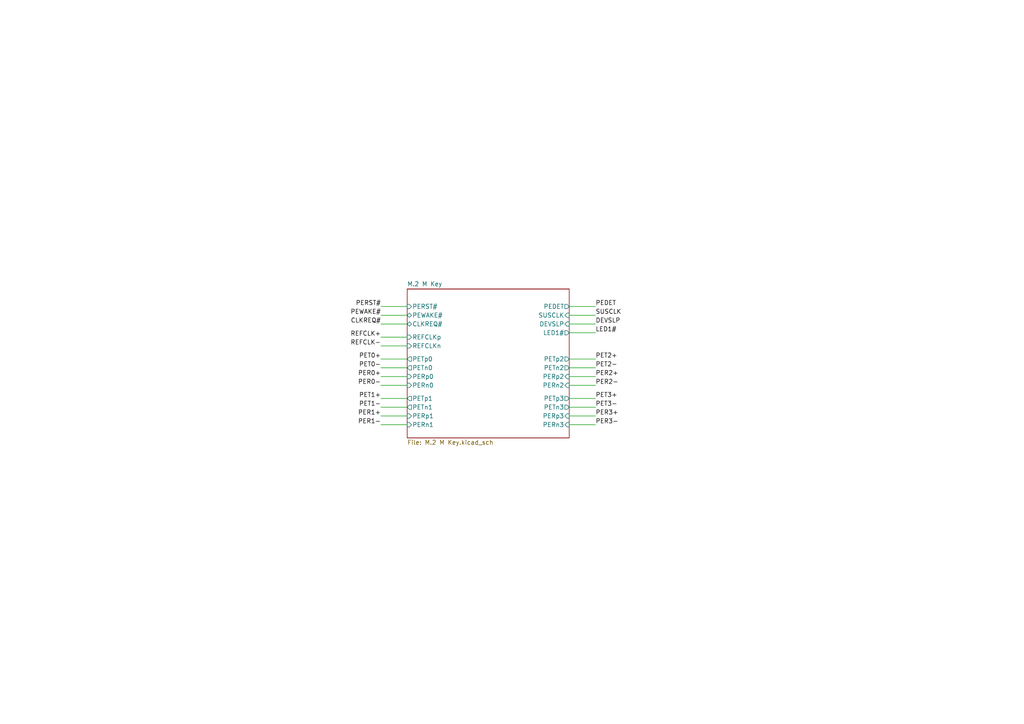
<source format=kicad_sch>
(kicad_sch
	(version 20250114)
	(generator "eeschema")
	(generator_version "9.0")
	(uuid "cbf898d9-14a4-4768-b3c0-0a71813738a7")
	(paper "A4")
	(lib_symbols)
	(wire
		(pts
			(xy 110.49 91.44) (xy 118.11 91.44)
		)
		(stroke
			(width 0)
			(type default)
		)
		(uuid "03bf2bde-7784-4247-974b-1e6e2be5872e")
	)
	(wire
		(pts
			(xy 110.49 88.9) (xy 118.11 88.9)
		)
		(stroke
			(width 0)
			(type default)
		)
		(uuid "13f7613d-5f8f-47a3-8f12-886e7933df95")
	)
	(wire
		(pts
			(xy 110.49 106.68) (xy 118.11 106.68)
		)
		(stroke
			(width 0)
			(type default)
		)
		(uuid "14ddea73-43dc-4e8e-97f7-45c8129a24be")
	)
	(wire
		(pts
			(xy 165.1 91.44) (xy 172.72 91.44)
		)
		(stroke
			(width 0)
			(type default)
		)
		(uuid "2e1f8b8c-08d9-4ae0-aaf8-401e63876d78")
	)
	(wire
		(pts
			(xy 165.1 104.14) (xy 172.72 104.14)
		)
		(stroke
			(width 0)
			(type default)
		)
		(uuid "3b1e1169-3da9-4692-8e08-548619d68496")
	)
	(wire
		(pts
			(xy 165.1 109.22) (xy 172.72 109.22)
		)
		(stroke
			(width 0)
			(type default)
		)
		(uuid "430c0a73-1544-4829-b4ac-e2236fee741f")
	)
	(wire
		(pts
			(xy 165.1 120.65) (xy 172.72 120.65)
		)
		(stroke
			(width 0)
			(type default)
		)
		(uuid "5236844d-9902-402a-ada7-29e2e798fa35")
	)
	(wire
		(pts
			(xy 165.1 123.19) (xy 172.72 123.19)
		)
		(stroke
			(width 0)
			(type default)
		)
		(uuid "56c5b0fa-8bdf-468d-bf75-7d4644c75c26")
	)
	(wire
		(pts
			(xy 165.1 115.57) (xy 172.72 115.57)
		)
		(stroke
			(width 0)
			(type default)
		)
		(uuid "57978d92-9080-42c2-9e2a-45cc995f34d1")
	)
	(wire
		(pts
			(xy 165.1 111.76) (xy 172.72 111.76)
		)
		(stroke
			(width 0)
			(type default)
		)
		(uuid "801c8d80-0559-425c-ac96-57dd87a620fb")
	)
	(wire
		(pts
			(xy 165.1 96.52) (xy 172.72 96.52)
		)
		(stroke
			(width 0)
			(type default)
		)
		(uuid "897dfb34-fe9e-4281-9136-6837fc1d8ec0")
	)
	(wire
		(pts
			(xy 110.49 93.98) (xy 118.11 93.98)
		)
		(stroke
			(width 0)
			(type default)
		)
		(uuid "8a8732bd-b5d1-4353-b292-50bcb98355f5")
	)
	(wire
		(pts
			(xy 110.49 118.11) (xy 118.11 118.11)
		)
		(stroke
			(width 0)
			(type default)
		)
		(uuid "97dead57-751c-4bbf-8aaa-bb971268d150")
	)
	(wire
		(pts
			(xy 165.1 88.9) (xy 172.72 88.9)
		)
		(stroke
			(width 0)
			(type default)
		)
		(uuid "acc540b0-63b2-4aab-b81f-d16a0f343a3a")
	)
	(wire
		(pts
			(xy 165.1 118.11) (xy 172.72 118.11)
		)
		(stroke
			(width 0)
			(type default)
		)
		(uuid "bccad680-b6ce-47b6-908d-13bf1d5fc992")
	)
	(wire
		(pts
			(xy 110.49 97.79) (xy 118.11 97.79)
		)
		(stroke
			(width 0)
			(type default)
		)
		(uuid "c26ab4fc-84fe-4250-a478-63a50cf28c2e")
	)
	(wire
		(pts
			(xy 110.49 100.33) (xy 118.11 100.33)
		)
		(stroke
			(width 0)
			(type default)
		)
		(uuid "c5a20fc4-7ed5-4e95-9011-eaedd9ec1b62")
	)
	(wire
		(pts
			(xy 110.49 120.65) (xy 118.11 120.65)
		)
		(stroke
			(width 0)
			(type default)
		)
		(uuid "cac5cbf4-d981-41bd-ac9b-559c715a7df1")
	)
	(wire
		(pts
			(xy 110.49 123.19) (xy 118.11 123.19)
		)
		(stroke
			(width 0)
			(type default)
		)
		(uuid "cb228f02-dca6-4c36-9866-da756011906a")
	)
	(wire
		(pts
			(xy 110.49 115.57) (xy 118.11 115.57)
		)
		(stroke
			(width 0)
			(type default)
		)
		(uuid "da9b87ac-98a2-4848-be81-6d38f9b5ac36")
	)
	(wire
		(pts
			(xy 165.1 93.98) (xy 172.72 93.98)
		)
		(stroke
			(width 0)
			(type default)
		)
		(uuid "dbd514bf-62ca-4cc0-8d1d-3475f4305060")
	)
	(wire
		(pts
			(xy 110.49 104.14) (xy 118.11 104.14)
		)
		(stroke
			(width 0)
			(type default)
		)
		(uuid "f27842c0-5f35-46e2-bce0-22405015cda7")
	)
	(wire
		(pts
			(xy 165.1 106.68) (xy 172.72 106.68)
		)
		(stroke
			(width 0)
			(type default)
		)
		(uuid "f4356ea6-cf7d-4c54-a486-95d755740ac4")
	)
	(wire
		(pts
			(xy 110.49 111.76) (xy 118.11 111.76)
		)
		(stroke
			(width 0)
			(type default)
		)
		(uuid "f4c3126d-f0a4-48f6-9ded-69dbab5ba254")
	)
	(wire
		(pts
			(xy 110.49 109.22) (xy 118.11 109.22)
		)
		(stroke
			(width 0)
			(type default)
		)
		(uuid "f4f329da-8326-4738-a2ea-89a73e3bad37")
	)
	(label "PER2-"
		(at 172.72 111.76 0)
		(effects
			(font
				(size 1.27 1.27)
			)
			(justify left bottom)
		)
		(uuid "022aaf7d-8cf9-4dc4-afa3-b4d34e9c5dcb")
	)
	(label "PET1-"
		(at 110.49 118.11 180)
		(effects
			(font
				(size 1.27 1.27)
			)
			(justify right bottom)
		)
		(uuid "0442df8d-c669-46fd-8bbb-b449ee9122b1")
	)
	(label "PET3-"
		(at 172.72 118.11 0)
		(effects
			(font
				(size 1.27 1.27)
			)
			(justify left bottom)
		)
		(uuid "0b1ac8f6-63e3-4d0c-9be8-bf4935ac8389")
	)
	(label "PER2+"
		(at 172.72 109.22 0)
		(effects
			(font
				(size 1.27 1.27)
			)
			(justify left bottom)
		)
		(uuid "1e39c9b5-1c8d-4752-b615-a761f2396bd6")
	)
	(label "PEWAKE#"
		(at 110.49 91.44 180)
		(effects
			(font
				(size 1.27 1.27)
			)
			(justify right bottom)
		)
		(uuid "21a2b514-bce9-4b9b-ba6a-1dda293fb778")
	)
	(label "PER3+"
		(at 172.72 120.65 0)
		(effects
			(font
				(size 1.27 1.27)
			)
			(justify left bottom)
		)
		(uuid "3fbd4c19-b84a-4d83-9b84-77124299d7a6")
	)
	(label "PEDET"
		(at 172.72 88.9 0)
		(effects
			(font
				(size 1.27 1.27)
			)
			(justify left bottom)
		)
		(uuid "4c89f659-afa1-402e-92b3-e0206d9c18b4")
	)
	(label "DEVSLP"
		(at 172.72 93.98 0)
		(effects
			(font
				(size 1.27 1.27)
			)
			(justify left bottom)
		)
		(uuid "5322f8b2-37be-49f6-81c8-da1079f0ad5d")
	)
	(label "REFCLK+"
		(at 110.49 97.79 180)
		(effects
			(font
				(size 1.27 1.27)
			)
			(justify right bottom)
		)
		(uuid "5b1651f5-bf50-4c96-a458-cb39d6144a67")
	)
	(label "PET3+"
		(at 172.72 115.57 0)
		(effects
			(font
				(size 1.27 1.27)
			)
			(justify left bottom)
		)
		(uuid "5cb4ebd9-688c-484e-81f4-8bef743f7ff5")
	)
	(label "PER0+"
		(at 110.49 109.22 180)
		(effects
			(font
				(size 1.27 1.27)
			)
			(justify right bottom)
		)
		(uuid "6bfbf2f5-c58c-46a2-b185-8fafb81622d2")
	)
	(label "REFCLK-"
		(at 110.49 100.33 180)
		(effects
			(font
				(size 1.27 1.27)
			)
			(justify right bottom)
		)
		(uuid "6dc6e35a-b25c-47c2-8f04-6630c80baa4a")
	)
	(label "PER1-"
		(at 110.49 123.19 180)
		(effects
			(font
				(size 1.27 1.27)
			)
			(justify right bottom)
		)
		(uuid "70eb416a-6fab-4675-a559-04c30f844185")
	)
	(label "PER3-"
		(at 172.72 123.19 0)
		(effects
			(font
				(size 1.27 1.27)
			)
			(justify left bottom)
		)
		(uuid "715535dd-0ee6-47db-9813-9c02f886d492")
	)
	(label "PER1+"
		(at 110.49 120.65 180)
		(effects
			(font
				(size 1.27 1.27)
			)
			(justify right bottom)
		)
		(uuid "84d07b04-4c5c-432a-9dcf-e2bfecf5def2")
	)
	(label "PET1+"
		(at 110.49 115.57 180)
		(effects
			(font
				(size 1.27 1.27)
			)
			(justify right bottom)
		)
		(uuid "ad82f7ab-3e76-4eaa-94a1-0a66b80a73b9")
	)
	(label "LED1#"
		(at 172.72 96.52 0)
		(effects
			(font
				(size 1.27 1.27)
			)
			(justify left bottom)
		)
		(uuid "b70d6fc1-c760-4393-b7e4-b287bd87d8d6")
	)
	(label "PER0-"
		(at 110.49 111.76 180)
		(effects
			(font
				(size 1.27 1.27)
			)
			(justify right bottom)
		)
		(uuid "b78cc92a-7c11-49bc-9db1-c7bf572d554a")
	)
	(label "PET2-"
		(at 172.72 106.68 0)
		(effects
			(font
				(size 1.27 1.27)
			)
			(justify left bottom)
		)
		(uuid "bc114c43-07f3-4aed-866b-7f7456ede36e")
	)
	(label "PERST#"
		(at 110.49 88.9 180)
		(effects
			(font
				(size 1.27 1.27)
			)
			(justify right bottom)
		)
		(uuid "c0f96fee-3931-4d4a-8851-e53dafd8e581")
	)
	(label "CLKREQ#"
		(at 110.49 93.98 180)
		(effects
			(font
				(size 1.27 1.27)
			)
			(justify right bottom)
		)
		(uuid "c1dfd583-3526-4944-967d-a2dc8fdece2b")
	)
	(label "PET0-"
		(at 110.49 106.68 180)
		(effects
			(font
				(size 1.27 1.27)
			)
			(justify right bottom)
		)
		(uuid "cef9558b-9d6b-490a-a4f9-10e86f5ee101")
	)
	(label "PET0+"
		(at 110.49 104.14 180)
		(effects
			(font
				(size 1.27 1.27)
			)
			(justify right bottom)
		)
		(uuid "df9fd172-121f-4a9b-8cf6-9ba84429b29b")
	)
	(label "PET2+"
		(at 172.72 104.14 0)
		(effects
			(font
				(size 1.27 1.27)
			)
			(justify left bottom)
		)
		(uuid "fe3564f7-1385-416a-bf7f-dab158d357b5")
	)
	(label "SUSCLK"
		(at 172.72 91.44 0)
		(effects
			(font
				(size 1.27 1.27)
			)
			(justify left bottom)
		)
		(uuid "fe579b60-3d79-4573-a7a4-41a8ce7eb6ba")
	)
	(sheet
		(at 118.11 83.82)
		(size 46.99 43.18)
		(exclude_from_sim no)
		(in_bom yes)
		(on_board yes)
		(dnp no)
		(fields_autoplaced yes)
		(stroke
			(width 0.1524)
			(type solid)
		)
		(fill
			(color 0 0 0 0.0000)
		)
		(uuid "7e2ec1e0-e32b-4531-8531-d387c18838b0")
		(property "Sheetname" "M.2 M Key"
			(at 118.11 83.1084 0)
			(effects
				(font
					(size 1.27 1.27)
				)
				(justify left bottom)
			)
		)
		(property "Sheetfile" "M.2 M Key.kicad_sch"
			(at 118.11 127.5846 0)
			(effects
				(font
					(size 1.27 1.27)
				)
				(justify left top)
			)
		)
		(pin "PERST#" input
			(at 118.11 88.9 180)
			(uuid "53546a6a-05de-4352-ba2a-aecfb7b92bde")
			(effects
				(font
					(size 1.27 1.27)
				)
				(justify left)
			)
		)
		(pin "PEWAKE#" bidirectional
			(at 118.11 91.44 180)
			(uuid "76e0a15b-80bc-46d8-8fe1-90f9455f318a")
			(effects
				(font
					(size 1.27 1.27)
				)
				(justify left)
			)
		)
		(pin "CLKREQ#" bidirectional
			(at 118.11 93.98 180)
			(uuid "695c2005-a454-4c05-a990-06bcabbc62ee")
			(effects
				(font
					(size 1.27 1.27)
				)
				(justify left)
			)
		)
		(pin "REFCLKp" input
			(at 118.11 97.79 180)
			(uuid "afb75be9-f584-4c21-b38d-d39177ccb514")
			(effects
				(font
					(size 1.27 1.27)
				)
				(justify left)
			)
		)
		(pin "REFCLKn" input
			(at 118.11 100.33 180)
			(uuid "e51320ee-cc7f-403a-b36b-8e93424037dc")
			(effects
				(font
					(size 1.27 1.27)
				)
				(justify left)
			)
		)
		(pin "PETp0" output
			(at 118.11 104.14 180)
			(uuid "1e97840f-b017-40ab-960d-066e034513a2")
			(effects
				(font
					(size 1.27 1.27)
				)
				(justify left)
			)
		)
		(pin "PERp0" input
			(at 118.11 109.22 180)
			(uuid "647852b5-d723-4d0b-98f3-0883915079ce")
			(effects
				(font
					(size 1.27 1.27)
				)
				(justify left)
			)
		)
		(pin "PETn0" output
			(at 118.11 106.68 180)
			(uuid "43656862-d29c-4095-8781-6fffed45b331")
			(effects
				(font
					(size 1.27 1.27)
				)
				(justify left)
			)
		)
		(pin "PERn0" input
			(at 118.11 111.76 180)
			(uuid "1a876c53-c311-433c-a7dd-474a240712fd")
			(effects
				(font
					(size 1.27 1.27)
				)
				(justify left)
			)
		)
		(pin "PETp1" output
			(at 118.11 115.57 180)
			(uuid "71457dee-91d0-49e6-8185-ba14d5b2957c")
			(effects
				(font
					(size 1.27 1.27)
				)
				(justify left)
			)
		)
		(pin "PETn1" output
			(at 118.11 118.11 180)
			(uuid "f3dc106b-d32f-43a4-b8a7-373b15e39b6d")
			(effects
				(font
					(size 1.27 1.27)
				)
				(justify left)
			)
		)
		(pin "PERn1" input
			(at 118.11 123.19 180)
			(uuid "b0b457b6-7bcb-47a9-9ba2-086e136d024a")
			(effects
				(font
					(size 1.27 1.27)
				)
				(justify left)
			)
		)
		(pin "PERp1" input
			(at 118.11 120.65 180)
			(uuid "397c31d7-5b39-4ab7-b141-53597b283c0a")
			(effects
				(font
					(size 1.27 1.27)
				)
				(justify left)
			)
		)
		(pin "PETn2" output
			(at 165.1 106.68 0)
			(uuid "cf7f76ee-0cd6-499d-a245-4edec14440c7")
			(effects
				(font
					(size 1.27 1.27)
				)
				(justify right)
			)
		)
		(pin "PETp2" output
			(at 165.1 104.14 0)
			(uuid "6d175fa9-697e-4b54-985f-f66e7b8cd91b")
			(effects
				(font
					(size 1.27 1.27)
				)
				(justify right)
			)
		)
		(pin "PERp2" input
			(at 165.1 109.22 0)
			(uuid "c84c70c8-0353-4764-84e9-71dd42a9b8e7")
			(effects
				(font
					(size 1.27 1.27)
				)
				(justify right)
			)
		)
		(pin "PERn2" input
			(at 165.1 111.76 0)
			(uuid "d78b28ce-9b41-405d-9a5f-815b235f3e0b")
			(effects
				(font
					(size 1.27 1.27)
				)
				(justify right)
			)
		)
		(pin "PETp3" output
			(at 165.1 115.57 0)
			(uuid "38950edf-c43e-4538-9b10-8fb42ef12696")
			(effects
				(font
					(size 1.27 1.27)
				)
				(justify right)
			)
		)
		(pin "PETn3" output
			(at 165.1 118.11 0)
			(uuid "10c5b67e-69b7-47d0-b7f5-ba2d7f8ec20d")
			(effects
				(font
					(size 1.27 1.27)
				)
				(justify right)
			)
		)
		(pin "PERn3" input
			(at 165.1 123.19 0)
			(uuid "798d3431-163e-4df4-81f3-2fad2c381db5")
			(effects
				(font
					(size 1.27 1.27)
				)
				(justify right)
			)
		)
		(pin "PERp3" input
			(at 165.1 120.65 0)
			(uuid "ddd91d67-aa88-4a3a-b2d6-4e8971e5b5be")
			(effects
				(font
					(size 1.27 1.27)
				)
				(justify right)
			)
		)
		(pin "PEDET" output
			(at 165.1 88.9 0)
			(uuid "b4ed6102-969a-473e-8cde-76707419365f")
			(effects
				(font
					(size 1.27 1.27)
				)
				(justify right)
			)
		)
		(pin "SUSCLK" input
			(at 165.1 91.44 0)
			(uuid "80608968-bb7d-4e4c-a20b-5cbc17da880a")
			(effects
				(font
					(size 1.27 1.27)
				)
				(justify right)
			)
		)
		(pin "DEVSLP" input
			(at 165.1 93.98 0)
			(uuid "8b24363c-3518-4e01-bbe0-9879647ec931")
			(effects
				(font
					(size 1.27 1.27)
				)
				(justify right)
			)
		)
		(pin "LED1#" output
			(at 165.1 96.52 0)
			(uuid "ade71183-992f-4b34-bd3d-2d2e2a512f65")
			(effects
				(font
					(size 1.27 1.27)
				)
				(justify right)
			)
		)
		(instances
			(project "M.2 M Key 22110"
				(path "/cbf898d9-14a4-4768-b3c0-0a71813738a7"
					(page "2")
				)
			)
		)
	)
	(sheet_instances
		(path "/"
			(page "1")
		)
	)
	(embedded_fonts no)
)

</source>
